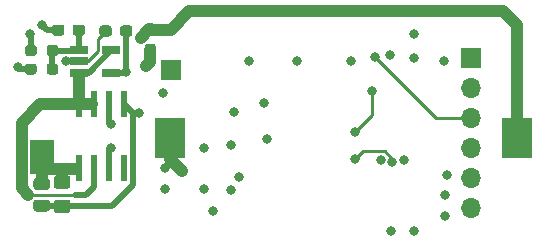
<source format=gbr>
%TF.GenerationSoftware,KiCad,Pcbnew,(5.1.6)-1*%
%TF.CreationDate,2020-11-12T12:57:51-08:00*%
%TF.ProjectId,frontendfullv2,66726f6e-7465-46e6-9466-756c6c76322e,rev?*%
%TF.SameCoordinates,Original*%
%TF.FileFunction,Copper,L4,Bot*%
%TF.FilePolarity,Positive*%
%FSLAX46Y46*%
G04 Gerber Fmt 4.6, Leading zero omitted, Abs format (unit mm)*
G04 Created by KiCad (PCBNEW (5.1.6)-1) date 2020-11-12 12:57:51*
%MOMM*%
%LPD*%
G01*
G04 APERTURE LIST*
%TA.AperFunction,SMDPad,CuDef*%
%ADD10R,1.560000X0.650000*%
%TD*%
%TA.AperFunction,ComponentPad*%
%ADD11R,1.700000X1.700000*%
%TD*%
%TA.AperFunction,SMDPad,CuDef*%
%ADD12R,0.600000X2.200000*%
%TD*%
%TA.AperFunction,ComponentPad*%
%ADD13O,1.700000X1.700000*%
%TD*%
%TA.AperFunction,SMDPad,CuDef*%
%ADD14R,2.000000X3.000000*%
%TD*%
%TA.AperFunction,SMDPad,CuDef*%
%ADD15R,2.540000X3.510000*%
%TD*%
%TA.AperFunction,ViaPad*%
%ADD16C,0.800000*%
%TD*%
%TA.AperFunction,Conductor*%
%ADD17C,0.500000*%
%TD*%
%TA.AperFunction,Conductor*%
%ADD18C,1.000000*%
%TD*%
%TA.AperFunction,Conductor*%
%ADD19C,0.250000*%
%TD*%
G04 APERTURE END LIST*
%TO.P,C3,2*%
%TO.N,Net-(C3-Pad2)*%
%TA.AperFunction,SMDPad,CuDef*%
G36*
G01*
X70365199Y-129075600D02*
X71265201Y-129075600D01*
G75*
G02*
X71515200Y-129325599I0J-249999D01*
G01*
X71515200Y-129975601D01*
G75*
G02*
X71265201Y-130225600I-249999J0D01*
G01*
X70365199Y-130225600D01*
G75*
G02*
X70115200Y-129975601I0J249999D01*
G01*
X70115200Y-129325599D01*
G75*
G02*
X70365199Y-129075600I249999J0D01*
G01*
G37*
%TD.AperFunction*%
%TO.P,C3,1*%
%TO.N,Net-(C3-Pad1)*%
%TA.AperFunction,SMDPad,CuDef*%
G36*
G01*
X70365199Y-127025600D02*
X71265201Y-127025600D01*
G75*
G02*
X71515200Y-127275599I0J-249999D01*
G01*
X71515200Y-127925601D01*
G75*
G02*
X71265201Y-128175600I-249999J0D01*
G01*
X70365199Y-128175600D01*
G75*
G02*
X70115200Y-127925601I0J249999D01*
G01*
X70115200Y-127275599D01*
G75*
G02*
X70365199Y-127025600I249999J0D01*
G01*
G37*
%TD.AperFunction*%
%TD*%
%TO.P,C13,2*%
%TO.N,GNDA*%
%TA.AperFunction,SMDPad,CuDef*%
G36*
G01*
X75023200Y-114570500D02*
X75023200Y-115045500D01*
G75*
G02*
X74785700Y-115283000I-237500J0D01*
G01*
X74210700Y-115283000D01*
G75*
G02*
X73973200Y-115045500I0J237500D01*
G01*
X73973200Y-114570500D01*
G75*
G02*
X74210700Y-114333000I237500J0D01*
G01*
X74785700Y-114333000D01*
G75*
G02*
X75023200Y-114570500I0J-237500D01*
G01*
G37*
%TD.AperFunction*%
%TO.P,C13,1*%
%TO.N,+3V0*%
%TA.AperFunction,SMDPad,CuDef*%
G36*
G01*
X76773200Y-114570500D02*
X76773200Y-115045500D01*
G75*
G02*
X76535700Y-115283000I-237500J0D01*
G01*
X75960700Y-115283000D01*
G75*
G02*
X75723200Y-115045500I0J237500D01*
G01*
X75723200Y-114570500D01*
G75*
G02*
X75960700Y-114333000I237500J0D01*
G01*
X76535700Y-114333000D01*
G75*
G02*
X76773200Y-114570500I0J-237500D01*
G01*
G37*
%TD.AperFunction*%
%TD*%
%TO.P,C12,2*%
%TO.N,GNDA*%
%TA.AperFunction,SMDPad,CuDef*%
G36*
G01*
X71012600Y-114494300D02*
X71012600Y-114969300D01*
G75*
G02*
X70775100Y-115206800I-237500J0D01*
G01*
X70200100Y-115206800D01*
G75*
G02*
X69962600Y-114969300I0J237500D01*
G01*
X69962600Y-114494300D01*
G75*
G02*
X70200100Y-114256800I237500J0D01*
G01*
X70775100Y-114256800D01*
G75*
G02*
X71012600Y-114494300I0J-237500D01*
G01*
G37*
%TD.AperFunction*%
%TO.P,C12,1*%
%TO.N,Net-(C12-Pad1)*%
%TA.AperFunction,SMDPad,CuDef*%
G36*
G01*
X72762600Y-114494300D02*
X72762600Y-114969300D01*
G75*
G02*
X72525100Y-115206800I-237500J0D01*
G01*
X71950100Y-115206800D01*
G75*
G02*
X71712600Y-114969300I0J237500D01*
G01*
X71712600Y-114494300D01*
G75*
G02*
X71950100Y-114256800I237500J0D01*
G01*
X72525100Y-114256800D01*
G75*
G02*
X72762600Y-114494300I0J-237500D01*
G01*
G37*
%TD.AperFunction*%
%TD*%
D10*
%TO.P,U7,5*%
%TO.N,+3V0*%
X74959200Y-118323400D03*
%TO.P,U7,4*%
%TO.N,Net-(U1-Pad1)*%
X74959200Y-116423400D03*
%TO.P,U7,3*%
%TO.N,Net-(C12-Pad1)*%
X72259200Y-116423400D03*
%TO.P,U7,2*%
%TO.N,GNDA*%
X72259200Y-117373400D03*
%TO.P,U7,1*%
%TO.N,Net-(U1-Pad1)*%
X72259200Y-118323400D03*
%TD*%
D11*
%TO.P,J2,1*%
%TO.N,GNDA*%
X80010000Y-118110000D03*
%TD*%
%TO.P,R1,2*%
%TO.N,+3V0*%
%TA.AperFunction,SMDPad,CuDef*%
G36*
G01*
X68663000Y-117796300D02*
X68663000Y-118271300D01*
G75*
G02*
X68425500Y-118508800I-237500J0D01*
G01*
X67925500Y-118508800D01*
G75*
G02*
X67688000Y-118271300I0J237500D01*
G01*
X67688000Y-117796300D01*
G75*
G02*
X67925500Y-117558800I237500J0D01*
G01*
X68425500Y-117558800D01*
G75*
G02*
X68663000Y-117796300I0J-237500D01*
G01*
G37*
%TD.AperFunction*%
%TO.P,R1,1*%
%TO.N,Net-(C12-Pad1)*%
%TA.AperFunction,SMDPad,CuDef*%
G36*
G01*
X70488000Y-117796300D02*
X70488000Y-118271300D01*
G75*
G02*
X70250500Y-118508800I-237500J0D01*
G01*
X69750500Y-118508800D01*
G75*
G02*
X69513000Y-118271300I0J237500D01*
G01*
X69513000Y-117796300D01*
G75*
G02*
X69750500Y-117558800I237500J0D01*
G01*
X70250500Y-117558800D01*
G75*
G02*
X70488000Y-117796300I0J-237500D01*
G01*
G37*
%TD.AperFunction*%
%TD*%
%TO.P,R2,2*%
%TO.N,Net-(C12-Pad1)*%
%TA.AperFunction,SMDPad,CuDef*%
G36*
G01*
X69513000Y-116696500D02*
X69513000Y-116221500D01*
G75*
G02*
X69750500Y-115984000I237500J0D01*
G01*
X70250500Y-115984000D01*
G75*
G02*
X70488000Y-116221500I0J-237500D01*
G01*
X70488000Y-116696500D01*
G75*
G02*
X70250500Y-116934000I-237500J0D01*
G01*
X69750500Y-116934000D01*
G75*
G02*
X69513000Y-116696500I0J237500D01*
G01*
G37*
%TD.AperFunction*%
%TO.P,R2,1*%
%TO.N,GNDA*%
%TA.AperFunction,SMDPad,CuDef*%
G36*
G01*
X67688000Y-116696500D02*
X67688000Y-116221500D01*
G75*
G02*
X67925500Y-115984000I237500J0D01*
G01*
X68425500Y-115984000D01*
G75*
G02*
X68663000Y-116221500I0J-237500D01*
G01*
X68663000Y-116696500D01*
G75*
G02*
X68425500Y-116934000I-237500J0D01*
G01*
X67925500Y-116934000D01*
G75*
G02*
X67688000Y-116696500I0J237500D01*
G01*
G37*
%TD.AperFunction*%
%TD*%
%TO.P,R3,2*%
%TO.N,Net-(C3-Pad1)*%
%TA.AperFunction,SMDPad,CuDef*%
G36*
G01*
X69538001Y-128274500D02*
X68637999Y-128274500D01*
G75*
G02*
X68388000Y-128024501I0J249999D01*
G01*
X68388000Y-127499499D01*
G75*
G02*
X68637999Y-127249500I249999J0D01*
G01*
X69538001Y-127249500D01*
G75*
G02*
X69788000Y-127499499I0J-249999D01*
G01*
X69788000Y-128024501D01*
G75*
G02*
X69538001Y-128274500I-249999J0D01*
G01*
G37*
%TD.AperFunction*%
%TO.P,R3,1*%
%TO.N,Net-(C3-Pad2)*%
%TA.AperFunction,SMDPad,CuDef*%
G36*
G01*
X69538001Y-130099500D02*
X68637999Y-130099500D01*
G75*
G02*
X68388000Y-129849501I0J249999D01*
G01*
X68388000Y-129324499D01*
G75*
G02*
X68637999Y-129074500I249999J0D01*
G01*
X69538001Y-129074500D01*
G75*
G02*
X69788000Y-129324499I0J-249999D01*
G01*
X69788000Y-129849501D01*
G75*
G02*
X69538001Y-130099500I-249999J0D01*
G01*
G37*
%TD.AperFunction*%
%TD*%
D12*
%TO.P,U1,4*%
%TO.N,Net-(C3-Pad2)*%
X76073000Y-120998000D03*
%TO.P,U1,5*%
%TO.N,Net-(U1-Pad5)*%
X76073000Y-126398000D03*
%TO.P,U1,3*%
%TO.N,GNDA*%
X74803000Y-120998000D03*
%TO.P,U1,6*%
%TO.N,+3V0*%
X74803000Y-126398000D03*
%TO.P,U1,2*%
%TO.N,Net-(U1-Pad1)*%
X73533000Y-120998000D03*
%TO.P,U1,7*%
X73533000Y-126398000D03*
%TO.P,U1,1*%
X72263000Y-120998000D03*
%TO.P,U1,8*%
%TO.N,Net-(C3-Pad1)*%
X72263000Y-126398000D03*
%TD*%
D13*
%TO.P,J3,6*%
%TO.N,GND*%
X105410000Y-129794000D03*
%TO.P,J3,5*%
%TO.N,Net-(J3-Pad5)*%
X105410000Y-127254000D03*
%TO.P,J3,4*%
%TO.N,/DOUT_BUF*%
X105410000Y-124714000D03*
%TO.P,J3,3*%
%TO.N,Net-(J3-Pad3)*%
X105410000Y-122174000D03*
%TO.P,J3,2*%
%TO.N,Net-(J3-Pad2)*%
X105410000Y-119634000D03*
D11*
%TO.P,J3,1*%
%TO.N,+10V*%
X105410000Y-117094000D03*
%TD*%
D14*
%TO.P,J1,1*%
%TO.N,Net-(C3-Pad1)*%
X69088000Y-125476000D03*
%TD*%
%TO.P,C2,2*%
%TO.N,GNDA*%
%TA.AperFunction,SMDPad,CuDef*%
G36*
G01*
X78045300Y-115896100D02*
X78520300Y-115896100D01*
G75*
G02*
X78757800Y-116133600I0J-237500D01*
G01*
X78757800Y-116733600D01*
G75*
G02*
X78520300Y-116971100I-237500J0D01*
G01*
X78045300Y-116971100D01*
G75*
G02*
X77807800Y-116733600I0J237500D01*
G01*
X77807800Y-116133600D01*
G75*
G02*
X78045300Y-115896100I237500J0D01*
G01*
G37*
%TD.AperFunction*%
%TO.P,C2,1*%
%TO.N,+3V0*%
%TA.AperFunction,SMDPad,CuDef*%
G36*
G01*
X78045300Y-114171100D02*
X78520300Y-114171100D01*
G75*
G02*
X78757800Y-114408600I0J-237500D01*
G01*
X78757800Y-115008600D01*
G75*
G02*
X78520300Y-115246100I-237500J0D01*
G01*
X78045300Y-115246100D01*
G75*
G02*
X77807800Y-115008600I0J237500D01*
G01*
X77807800Y-114408600D01*
G75*
G02*
X78045300Y-114171100I237500J0D01*
G01*
G37*
%TD.AperFunction*%
%TD*%
D15*
%TO.P,BT1,2*%
%TO.N,GNDA*%
X79935000Y-123825000D03*
%TO.P,BT1,1*%
%TO.N,+3V0*%
X109295000Y-123825000D03*
%TD*%
D16*
%TO.N,GND*%
X95250000Y-117348000D03*
X98552000Y-116840000D03*
X100584000Y-117094000D03*
X100584000Y-115062000D03*
X103378000Y-127000000D03*
X103251000Y-130429000D03*
X100584000Y-131699000D03*
X98679000Y-131699000D03*
X99758500Y-125730000D03*
X97790000Y-125730000D03*
%TO.N,+3V0*%
X67056000Y-117856000D03*
X76200000Y-118300500D03*
X74993500Y-124714000D03*
X79502000Y-128143000D03*
X77470000Y-115366800D03*
%TO.N,Net-(C3-Pad2)*%
X77343000Y-121742200D03*
%TO.N,Net-(C5-Pad1)*%
X85090000Y-128270000D03*
X82804000Y-128172998D03*
X82804000Y-124714000D03*
X87884000Y-120904000D03*
%TO.N,+10V*%
X103124000Y-117348000D03*
X103251000Y-128651000D03*
%TO.N,Net-(J3-Pad3)*%
X97282000Y-116967000D03*
%TO.N,Net-(U4-Pad8)*%
X95572153Y-123385153D03*
X97023347Y-119883347D03*
%TO.N,Net-(U4-Pad6)*%
X95638762Y-125675126D03*
X98771003Y-125924000D03*
%TO.N,GNDA*%
X68072000Y-115062000D03*
X69088000Y-114300000D03*
X71120000Y-117348000D03*
X74930000Y-122682000D03*
X79400400Y-120091200D03*
X79502000Y-126441200D03*
X85775800Y-127177800D03*
X88138000Y-123952000D03*
X85090000Y-124460000D03*
X85344000Y-121666000D03*
X90678000Y-117348000D03*
X77901800Y-117805200D03*
X83566000Y-130073400D03*
X81000600Y-126669800D03*
X86614000Y-117348000D03*
%TD*%
D17*
%TO.N,+3V0*%
X68175500Y-118033800D02*
X67233800Y-118033800D01*
X67233800Y-118033800D02*
X67056000Y-117856000D01*
X74959200Y-118323400D02*
X76177100Y-118323400D01*
X76177100Y-118323400D02*
X76200000Y-118300500D01*
X74803000Y-126398000D02*
X74803000Y-124904500D01*
X74803000Y-124904500D02*
X74993500Y-124714000D01*
X76248200Y-118252300D02*
X76200000Y-118300500D01*
X76248200Y-114808000D02*
X76248200Y-118252300D01*
D18*
X109295000Y-123825000D02*
X109295000Y-114273400D01*
X108156599Y-113134999D02*
X81556001Y-113134999D01*
X109295000Y-114273400D02*
X108156599Y-113134999D01*
X81556001Y-113134999D02*
X80010000Y-114681000D01*
X78310400Y-114681000D02*
X78282800Y-114708600D01*
X80010000Y-114681000D02*
X78310400Y-114681000D01*
X78282800Y-114708600D02*
X78128200Y-114708600D01*
X78128200Y-114708600D02*
X77470000Y-115366800D01*
D17*
%TO.N,Net-(C3-Pad2)*%
X76823001Y-121748001D02*
X76073000Y-120998000D01*
X76823001Y-127858001D02*
X76823001Y-121748001D01*
X75079992Y-129601010D02*
X76823001Y-127858001D01*
X69102010Y-129601010D02*
X75079992Y-129601010D01*
X69088000Y-129587000D02*
X69102010Y-129601010D01*
X76823001Y-121748001D02*
X77337199Y-121748001D01*
X77337199Y-121748001D02*
X77343000Y-121742200D01*
D18*
%TO.N,Net-(C3-Pad1)*%
X69182000Y-126398000D02*
X69088000Y-126492000D01*
X69088000Y-125603000D02*
X69088000Y-126492000D01*
X69088000Y-126492000D02*
X69088000Y-127762000D01*
X70815200Y-126542800D02*
X70764400Y-126492000D01*
X70815200Y-127600600D02*
X70815200Y-126542800D01*
X69088000Y-126492000D02*
X70764400Y-126492000D01*
X70764400Y-126492000D02*
X72009000Y-126492000D01*
D19*
%TO.N,Net-(J3-Pad3)*%
X102489000Y-122174000D02*
X105410000Y-122174000D01*
X97282000Y-116967000D02*
X102489000Y-122174000D01*
%TO.N,Net-(U4-Pad8)*%
X95572153Y-123385153D02*
X97023347Y-121933959D01*
X97023347Y-121933959D02*
X97023347Y-119883347D01*
%TO.N,Net-(U4-Pad6)*%
X98771003Y-125638001D02*
X98771003Y-125924000D01*
X98138001Y-125004999D02*
X98771003Y-125638001D01*
X95638762Y-125675126D02*
X96308889Y-125004999D01*
X96308889Y-125004999D02*
X98138001Y-125004999D01*
D17*
%TO.N,GNDA*%
X68175500Y-116459000D02*
X68175500Y-115165500D01*
X68175500Y-115165500D02*
X68072000Y-115062000D01*
X70487600Y-114731800D02*
X69519800Y-114731800D01*
X69519800Y-114731800D02*
X69088000Y-114300000D01*
X72259200Y-117373400D02*
X71145400Y-117373400D01*
X71145400Y-117373400D02*
X71120000Y-117348000D01*
X74803000Y-120998000D02*
X74803000Y-122555000D01*
X74803000Y-122555000D02*
X74930000Y-122682000D01*
D19*
X72999202Y-117373400D02*
X73854199Y-116518403D01*
X73854199Y-115452001D02*
X74498200Y-114808000D01*
X73854199Y-116518403D02*
X73854199Y-115452001D01*
X72259200Y-117373400D02*
X72999202Y-117373400D01*
D18*
X78282800Y-116433600D02*
X78282800Y-117424200D01*
X78282800Y-117424200D02*
X77901800Y-117805200D01*
X79935000Y-123825000D02*
X79935000Y-125604200D01*
X79935000Y-125604200D02*
X81000600Y-126669800D01*
D17*
%TO.N,Net-(C12-Pad1)*%
X72237600Y-116401800D02*
X72259200Y-116423400D01*
X70000500Y-116459000D02*
X70000500Y-118033800D01*
X72223600Y-116459000D02*
X72259200Y-116423400D01*
X70000500Y-116459000D02*
X72223600Y-116459000D01*
X72259200Y-114753400D02*
X72237600Y-114731800D01*
X72259200Y-116423400D02*
X72259200Y-114753400D01*
D18*
%TO.N,Net-(U1-Pad1)*%
X68973700Y-121029100D02*
X70497700Y-121029100D01*
X70497700Y-121029100D02*
X70648200Y-121029100D01*
D17*
X72230000Y-121031000D02*
X72263000Y-120998000D01*
D19*
X67967980Y-128651000D02*
X67944480Y-128674500D01*
X70358000Y-128651000D02*
X67967980Y-128651000D01*
D17*
X73500000Y-121031000D02*
X73533000Y-120998000D01*
D18*
X67944480Y-128674500D02*
X67387999Y-128118019D01*
D17*
X73312000Y-120998000D02*
X73279000Y-121031000D01*
X73533000Y-120998000D02*
X73312000Y-120998000D01*
D18*
X70497700Y-121029100D02*
X71943600Y-121029100D01*
X67387999Y-122614801D02*
X67387999Y-128118019D01*
X68973700Y-121029100D02*
X67387999Y-122614801D01*
X72263000Y-120998000D02*
X73312000Y-120998000D01*
D17*
X72263000Y-118327200D02*
X72259200Y-118323400D01*
X73059200Y-118323400D02*
X72259200Y-118323400D01*
X74959200Y-116423400D02*
X73059200Y-118323400D01*
D18*
X72263000Y-120998000D02*
X72263000Y-118668800D01*
D19*
X70358000Y-128651000D02*
X71882000Y-128651000D01*
D17*
X73533000Y-127998000D02*
X73533000Y-126398000D01*
X72880000Y-128651000D02*
X73533000Y-127998000D01*
X71882000Y-128651000D02*
X72880000Y-128651000D01*
%TD*%
M02*

</source>
